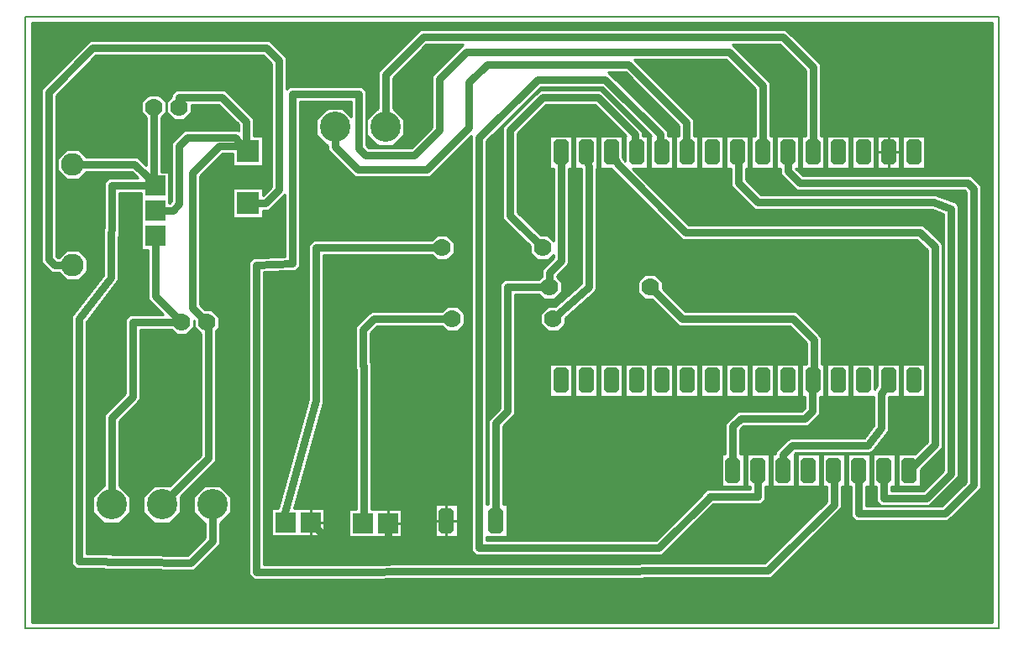
<source format=gbr>
G04 PROTEUS GERBER X2 FILE*
%TF.GenerationSoftware,Labcenter,Proteus,8.5-SP0-Build22067*%
%TF.CreationDate,2018-02-20T23:24:37+00:00*%
%TF.FileFunction,Copper,L16,Bot*%
%TF.FilePolarity,Positive*%
%TF.Part,Single*%
%FSLAX45Y45*%
%MOMM*%
G01*
%TA.AperFunction,Conductor*%
%ADD10C,0.762000*%
%ADD11C,0.254000*%
%AMDIL002*
4,1,8,
-0.762000,0.965200,-0.457200,1.270000,0.457200,1.270000,0.762000,0.965200,0.762000,-0.965200,
0.457200,-1.270000,-0.457200,-1.270000,-0.762000,-0.965200,-0.762000,0.965200,
0*%
%TA.AperFunction,ComponentPad*%
%ADD12DIL002*%
%ADD13C,1.778000*%
%ADD14R,2.032000X2.032000*%
%ADD15C,3.048000*%
%ADD16R,2.286000X2.286000*%
%ADD17C,2.286000*%
%TA.AperFunction,Profile*%
%ADD18C,0.203200*%
G36*
X-3136900Y+3449320D02*
X+6544960Y+3449320D01*
X+6544960Y+9501540D01*
X-3136900Y+9501540D01*
X-3136900Y+3449320D01*
G37*
%LPC*%
G36*
X+4485402Y+9411240D02*
X+4812480Y+9084162D01*
X+4812480Y+8359879D01*
X+4851639Y+8359879D01*
X+4851639Y+8029681D01*
X+4623041Y+8029681D01*
X+4623041Y+8359879D01*
X+4660082Y+8359879D01*
X+4660082Y+9021040D01*
X+4399961Y+9281161D01*
X+3924930Y+9281161D01*
X+4305539Y+8900552D01*
X+4305539Y+8359879D01*
X+4343639Y+8359879D01*
X+4343639Y+8029681D01*
X+4115041Y+8029681D01*
X+4115041Y+8359879D01*
X+4153141Y+8359879D01*
X+4153141Y+8837430D01*
X+3859270Y+9131301D01*
X+2936208Y+9131301D01*
X+3541141Y+8526368D01*
X+3541141Y+8359879D01*
X+3581639Y+8359879D01*
X+3581639Y+8029681D01*
X+3353041Y+8029681D01*
X+3353041Y+8359879D01*
X+3388743Y+8359879D01*
X+3388743Y+8463246D01*
X+2847688Y+9004301D01*
X+2675699Y+9004301D01*
X+3271519Y+8408481D01*
X+3271519Y+8359879D01*
X+3327639Y+8359879D01*
X+3327639Y+8029681D01*
X+3099041Y+8029681D01*
X+3099041Y+8359879D01*
X+3104601Y+8359879D01*
X+2610039Y+8854441D01*
X+1992202Y+8854441D01*
X+1446199Y+8308438D01*
X+1446199Y+4640579D01*
X+1465801Y+4640579D01*
X+1465801Y+5417473D01*
X+1466048Y+5417720D01*
X+1466048Y+5493222D01*
X+1583801Y+5610975D01*
X+1583801Y+6869243D01*
X+1628437Y+6913879D01*
X+1974315Y+6913879D01*
X+2001521Y+6941085D01*
X+2001521Y+7012302D01*
X+2121141Y+7131922D01*
X+2121141Y+7158285D01*
X+2065885Y+7103029D01*
X+1960675Y+7103029D01*
X+1886281Y+7177423D01*
X+1886281Y+7249267D01*
X+1610361Y+7525187D01*
X+1610361Y+8451661D01*
X+1985199Y+8826499D01*
X+2601410Y+8826499D01*
X+3022229Y+8405680D01*
X+3022229Y+8359879D01*
X+3073639Y+8359879D01*
X+3073639Y+8029681D01*
X+2918932Y+8029681D01*
X+3483173Y+7465440D01*
X+5841808Y+7465440D01*
X+5863833Y+7444644D01*
X+6027668Y+7289947D01*
X+6040119Y+7261065D01*
X+6040119Y+5209639D01*
X+5822139Y+4991659D01*
X+5822139Y+4820021D01*
X+5593541Y+4820021D01*
X+5593541Y+5150219D01*
X+5765179Y+5150219D01*
X+5887721Y+5272761D01*
X+5887721Y+7212492D01*
X+5781231Y+7313042D01*
X+3420051Y+7313042D01*
X+2711173Y+8021920D01*
X+2706667Y+8029681D01*
X+2591041Y+8029681D01*
X+2591041Y+8359879D01*
X+2819639Y+8359879D01*
X+2819639Y+8146792D01*
X+2836016Y+8112597D01*
X+2845041Y+8103572D01*
X+2845041Y+8359879D01*
X+2852510Y+8359879D01*
X+2538288Y+8674101D01*
X+2048321Y+8674101D01*
X+1762759Y+8388539D01*
X+1762759Y+7588309D01*
X+1994041Y+7357027D01*
X+2065885Y+7357027D01*
X+2121141Y+7301771D01*
X+2121141Y+8029681D01*
X+2083041Y+8029681D01*
X+2083041Y+8359879D01*
X+2311639Y+8359879D01*
X+2311639Y+8029681D01*
X+2273539Y+8029681D01*
X+2273539Y+7068796D01*
X+2153919Y+6949176D01*
X+2153919Y+6941085D01*
X+2204719Y+6890285D01*
X+2204719Y+6785075D01*
X+2130325Y+6710681D01*
X+2025115Y+6710681D01*
X+1974315Y+6761481D01*
X+1736199Y+6761481D01*
X+1736199Y+5547849D01*
X+1618446Y+5430096D01*
X+1618446Y+5354406D01*
X+1618199Y+5354159D01*
X+1618199Y+4640579D01*
X+1656299Y+4640579D01*
X+1656299Y+4310381D01*
X+1446199Y+4310381D01*
X+1446199Y+4276354D01*
X+3152287Y+4279834D01*
X+3617641Y+4745188D01*
X+3617641Y+4751563D01*
X+3662277Y+4796199D01*
X+4107641Y+4796199D01*
X+4107641Y+4820021D01*
X+4069541Y+4820021D01*
X+4069541Y+5150219D01*
X+4298139Y+5150219D01*
X+4298139Y+4820021D01*
X+4260039Y+4820021D01*
X+4260039Y+4688437D01*
X+4215403Y+4643801D01*
X+3731774Y+4643801D01*
X+3215539Y+4127566D01*
X+3184068Y+4127502D01*
X+1338547Y+4123737D01*
X+1293801Y+4168393D01*
X+1293801Y+8359001D01*
X+879442Y+7944642D01*
X+117505Y+7944642D01*
X-154939Y+8217086D01*
X-154939Y+8260081D01*
X-157647Y+8260081D01*
X-269239Y+8371673D01*
X-269239Y+8529487D01*
X-157647Y+8641079D01*
X+167Y+8641079D01*
X+86361Y+8554885D01*
X+86361Y+8709262D01*
X-433801Y+8709262D01*
X-433801Y+7039057D01*
X-476953Y+6994690D01*
X-507885Y+6993831D01*
X-793801Y+6985889D01*
X-793801Y+4036358D01*
X+4251609Y+4046949D01*
X+4874261Y+4669601D01*
X+4874261Y+4820021D01*
X+4831541Y+4820021D01*
X+4831541Y+5150219D01*
X+5060139Y+5150219D01*
X+5060139Y+4820021D01*
X+5026659Y+4820021D01*
X+5026659Y+4606479D01*
X+4314864Y+3894684D01*
X-901452Y+3883736D01*
X-946199Y+3928391D01*
X-946199Y+7090943D01*
X-903047Y+7135310D01*
X-586199Y+7144111D01*
X-586199Y+7763931D01*
X-747419Y+7602711D01*
X-805859Y+7602711D01*
X-805859Y+7529260D01*
X-1110657Y+7529260D01*
X-1110657Y+7834058D01*
X-805859Y+7834058D01*
X-805859Y+7759795D01*
X-720205Y+7845449D01*
X-720205Y+9089134D01*
X-804410Y+9173339D01*
X-2489836Y+9173339D01*
X-2893061Y+8770114D01*
X-2893061Y+7148643D01*
X-2876737Y+7132319D01*
X-2864746Y+7132319D01*
X-2788546Y+7208519D01*
X-2662294Y+7208519D01*
X-2573021Y+7119246D01*
X-2573021Y+6992994D01*
X-2662294Y+6903721D01*
X-2788546Y+6903721D01*
X-2864746Y+6979921D01*
X-2939863Y+6979921D01*
X-3045459Y+7085517D01*
X-3045459Y+8833236D01*
X-2552958Y+9325737D01*
X-741284Y+9325737D01*
X-567807Y+9152260D01*
X-567807Y+8835416D01*
X-541563Y+8861660D01*
X+194123Y+8861660D01*
X+238759Y+8817024D01*
X+238759Y+8263700D01*
X+258866Y+8243593D01*
X+688704Y+8243593D01*
X+893085Y+8447974D01*
X+893085Y+8965936D01*
X+1208310Y+9281161D01*
X+839281Y+9281161D01*
X+505459Y+8947339D01*
X+505459Y+8641079D01*
X+508167Y+8641079D01*
X+619759Y+8529487D01*
X+619759Y+8371673D01*
X+508167Y+8260081D01*
X+350353Y+8260081D01*
X+238761Y+8371673D01*
X+238761Y+8529487D01*
X+350353Y+8641079D01*
X+353061Y+8641079D01*
X+353061Y+9010461D01*
X+776159Y+9433559D01*
X+4463083Y+9433559D01*
X+4485402Y+9411240D01*
G37*
G36*
X+5867639Y+8359879D02*
X+5639041Y+8359879D01*
X+5639041Y+8029681D01*
X+5867639Y+8029681D01*
X+5867639Y+8359879D01*
G37*
G36*
X+3220719Y+6890285D02*
X+3220719Y+6818441D01*
X+3451786Y+6587374D01*
X+4568463Y+6587374D01*
X+4825537Y+6330300D01*
X+4825537Y+6059879D01*
X+4851639Y+6059879D01*
X+4851639Y+5729681D01*
X+4806110Y+5729681D01*
X+4806110Y+5548139D01*
X+4686766Y+5428795D01*
X+4039318Y+5428795D01*
X+4006039Y+5395516D01*
X+4006039Y+5150219D01*
X+4044139Y+5150219D01*
X+4044139Y+4820021D01*
X+3815541Y+4820021D01*
X+3815541Y+5150219D01*
X+3853641Y+5150219D01*
X+3853641Y+5458642D01*
X+3976192Y+5581193D01*
X+4623644Y+5581193D01*
X+4653712Y+5611261D01*
X+4653712Y+5729681D01*
X+4623041Y+5729681D01*
X+4623041Y+6059879D01*
X+4673139Y+6059879D01*
X+4673139Y+6267178D01*
X+4505341Y+6434976D01*
X+3388664Y+6434976D01*
X+3112959Y+6710681D01*
X+3041115Y+6710681D01*
X+2966721Y+6785075D01*
X+2966721Y+6890285D01*
X+3041115Y+6964679D01*
X+3146325Y+6964679D01*
X+3220719Y+6890285D01*
G37*
G36*
X+2311639Y+6059879D02*
X+2083041Y+6059879D01*
X+2083041Y+5729681D01*
X+2311639Y+5729681D01*
X+2311639Y+6059879D01*
G37*
G36*
X+3835639Y+6059879D02*
X+3607041Y+6059879D01*
X+3607041Y+5729681D01*
X+3835639Y+5729681D01*
X+3835639Y+6059879D01*
G37*
G36*
X+5105639Y+6059879D02*
X+4877041Y+6059879D01*
X+4877041Y+5729681D01*
X+5105639Y+5729681D01*
X+5105639Y+6059879D01*
G37*
G36*
X+3835639Y+8359879D02*
X+3607041Y+8359879D01*
X+3607041Y+8029681D01*
X+3835639Y+8029681D01*
X+3835639Y+8359879D01*
G37*
G36*
X+5613639Y+8359879D02*
X+5385041Y+8359879D01*
X+5385041Y+8029681D01*
X+5613639Y+8029681D01*
X+5613639Y+8359879D01*
G37*
G36*
X+5613639Y+5729681D02*
X+5503365Y+5729681D01*
X+5503365Y+5387176D01*
X+5486910Y+5366391D01*
X+5338076Y+5178385D01*
X+5306634Y+5163174D01*
X+4562258Y+5163174D01*
X+4549303Y+5150219D01*
X+4552139Y+5150219D01*
X+4552139Y+4820021D01*
X+4323541Y+4820021D01*
X+4323541Y+5150219D01*
X+4361641Y+5150219D01*
X+4361641Y+5178081D01*
X+4499132Y+5315572D01*
X+5252309Y+5315572D01*
X+5350967Y+5440197D01*
X+5350967Y+5729681D01*
X+5131041Y+5729681D01*
X+5131041Y+6059879D01*
X+5359639Y+6059879D01*
X+5359639Y+5802685D01*
X+5369401Y+5812447D01*
X+5385041Y+5845594D01*
X+5385041Y+6059879D01*
X+5613639Y+6059879D01*
X+5613639Y+5729681D01*
G37*
G36*
X+4597639Y+6059879D02*
X+4369041Y+6059879D01*
X+4369041Y+5729681D01*
X+4597639Y+5729681D01*
X+4597639Y+6059879D01*
G37*
G36*
X+5359639Y+8359879D02*
X+5131041Y+8359879D01*
X+5131041Y+8029681D01*
X+5359639Y+8029681D01*
X+5359639Y+8359879D01*
G37*
G36*
X+5105639Y+8359879D02*
X+4877041Y+8359879D01*
X+4877041Y+8029681D01*
X+5105639Y+8029681D01*
X+5105639Y+8359879D01*
G37*
G36*
X+2565639Y+8029681D02*
X+2555239Y+8029681D01*
X+2555239Y+6818820D01*
X+2541871Y+6789044D01*
X+2244459Y+6522842D01*
X+2244459Y+6461015D01*
X+2170065Y+6386621D01*
X+2064855Y+6386621D01*
X+1990461Y+6461015D01*
X+1990461Y+6566225D01*
X+2064855Y+6640619D01*
X+2143461Y+6640619D01*
X+2402841Y+6869521D01*
X+2402841Y+8026544D01*
X+2402205Y+8029681D01*
X+2337041Y+8029681D01*
X+2337041Y+8359879D01*
X+2565639Y+8359879D01*
X+2565639Y+8029681D01*
G37*
G36*
X+3327639Y+6059879D02*
X+3099041Y+6059879D01*
X+3099041Y+5729681D01*
X+3327639Y+5729681D01*
X+3327639Y+6059879D01*
G37*
G36*
X+3073639Y+6059879D02*
X+2845041Y+6059879D01*
X+2845041Y+5729681D01*
X+3073639Y+5729681D01*
X+3073639Y+6059879D01*
G37*
G36*
X+4597639Y+8029681D02*
X+4564959Y+8029681D01*
X+4636167Y+7958473D01*
X+6328223Y+7958473D01*
X+6428739Y+7857957D01*
X+6428739Y+4802059D01*
X+6097081Y+4470401D01*
X+5168277Y+4470401D01*
X+5123641Y+4515037D01*
X+5123641Y+4820021D01*
X+5085541Y+4820021D01*
X+5085541Y+5150219D01*
X+5314139Y+5150219D01*
X+5314139Y+4820021D01*
X+5276039Y+4820021D01*
X+5276039Y+4622799D01*
X+6033959Y+4622799D01*
X+6276341Y+4865181D01*
X+6276341Y+7794831D01*
X+6265097Y+7806075D01*
X+4573045Y+7806075D01*
X+4407141Y+7971979D01*
X+4407141Y+8029681D01*
X+4369041Y+8029681D01*
X+4369041Y+8359879D01*
X+4597639Y+8359879D01*
X+4597639Y+8029681D01*
G37*
G36*
X+4089639Y+8029681D02*
X+4058919Y+8029681D01*
X+4058919Y+7918261D01*
X+4212916Y+7764264D01*
X+5967493Y+7764264D01*
X+6175447Y+7686791D01*
X+6202679Y+7647586D01*
X+6202679Y+4918899D01*
X+5911661Y+4627881D01*
X+5422277Y+4627881D01*
X+5377641Y+4672517D01*
X+5377641Y+4820021D01*
X+5339541Y+4820021D01*
X+5339541Y+5150219D01*
X+5568139Y+5150219D01*
X+5568139Y+4820021D01*
X+5530039Y+4820021D01*
X+5530039Y+4780279D01*
X+5848539Y+4780279D01*
X+6050281Y+4982021D01*
X+6050281Y+7570791D01*
X+5940027Y+7611866D01*
X+4149794Y+7611866D01*
X+3906521Y+7855139D01*
X+3906521Y+8029681D01*
X+3861041Y+8029681D01*
X+3861041Y+8359879D01*
X+4089639Y+8359879D01*
X+4089639Y+8029681D01*
G37*
G36*
X+4089639Y+6059879D02*
X+3861041Y+6059879D01*
X+3861041Y+5729681D01*
X+4089639Y+5729681D01*
X+4089639Y+6059879D01*
G37*
G36*
X+3581639Y+6059879D02*
X+3353041Y+6059879D01*
X+3353041Y+5729681D01*
X+3581639Y+5729681D01*
X+3581639Y+6059879D01*
G37*
G36*
X+2819639Y+6059879D02*
X+2591041Y+6059879D01*
X+2591041Y+5729681D01*
X+2819639Y+5729681D01*
X+2819639Y+6059879D01*
G37*
G36*
X+2565639Y+6059879D02*
X+2337041Y+6059879D01*
X+2337041Y+5729681D01*
X+2565639Y+5729681D01*
X+2565639Y+6059879D01*
G37*
G36*
X+4343639Y+6059879D02*
X+4115041Y+6059879D01*
X+4115041Y+5729681D01*
X+4343639Y+5729681D01*
X+4343639Y+6059879D01*
G37*
G36*
X+5867639Y+6059879D02*
X+5639041Y+6059879D01*
X+5639041Y+5729681D01*
X+5867639Y+5729681D01*
X+5867639Y+6059879D01*
G37*
G36*
X+4577541Y+4820021D02*
X+4806139Y+4820021D01*
X+4806139Y+5150219D01*
X+4577541Y+5150219D01*
X+4577541Y+4820021D01*
G37*
G36*
X+1124279Y+7282633D02*
X+1124279Y+7177423D01*
X+1049885Y+7103029D01*
X+944675Y+7103029D01*
X+893878Y+7153826D01*
X-193801Y+7153803D01*
X-193801Y+5679662D01*
X-196556Y+5669697D01*
X-492329Y+4599779D01*
X-185421Y+4599779D01*
X-185421Y+4320381D01*
X-718819Y+4320381D01*
X-718819Y+4599779D01*
X-650442Y+4599779D01*
X-346199Y+5700337D01*
X-346199Y+7261562D01*
X-301562Y+7306199D01*
X+893873Y+7306225D01*
X+944675Y+7357027D01*
X+1049885Y+7357027D01*
X+1124279Y+7282633D01*
G37*
G36*
X+1228459Y+6566225D02*
X+1228459Y+6461015D01*
X+1154065Y+6386621D01*
X+1048855Y+6386621D01*
X+998055Y+6437421D01*
X+345843Y+6437421D01*
X+279619Y+6371197D01*
X+279619Y+6070464D01*
X+282159Y+6067924D01*
X+282159Y+4589779D01*
X+594579Y+4589779D01*
X+594579Y+4310381D01*
X+61181Y+4310381D01*
X+61181Y+4589779D01*
X+129761Y+4589779D01*
X+129761Y+6004794D01*
X+127221Y+6007334D01*
X+127221Y+6434323D01*
X+282717Y+6589819D01*
X+998055Y+6589819D01*
X+1048855Y+6640619D01*
X+1154065Y+6640619D01*
X+1228459Y+6566225D01*
G37*
G36*
X-1145088Y+8782005D02*
X-1145088Y+8782003D01*
X-900675Y+8537590D01*
X-900675Y+8362378D01*
X-805859Y+8362378D01*
X-805859Y+8057580D01*
X-1110657Y+8057580D01*
X-1110657Y+8179500D01*
X-1216257Y+8179500D01*
X-1440859Y+7954898D01*
X-1440859Y+6655883D01*
X-1391516Y+6606539D01*
X-1319673Y+6606539D01*
X-1245279Y+6532145D01*
X-1245279Y+6426935D01*
X-1283801Y+6388413D01*
X-1283801Y+5073197D01*
X-1635595Y+4721403D01*
X-1633679Y+4719487D01*
X-1633679Y+4561673D01*
X-1745271Y+4450081D01*
X-1903085Y+4450081D01*
X-2014677Y+4561673D01*
X-2014677Y+4719487D01*
X-1903085Y+4831079D01*
X-1745271Y+4831079D01*
X-1743355Y+4829163D01*
X-1436199Y+5136319D01*
X-1436199Y+6363857D01*
X-1499277Y+6426935D01*
X-1499277Y+6498777D01*
X-1499279Y+6498779D01*
X-1499279Y+6426935D01*
X-1573673Y+6352541D01*
X-1678883Y+6352541D01*
X-1729683Y+6403341D01*
X-2040079Y+6403341D01*
X-2040079Y+5699296D01*
X-2256197Y+5483178D01*
X-2256197Y+4831079D01*
X-2253271Y+4831079D01*
X-2141679Y+4719487D01*
X-2141679Y+4561673D01*
X-2253271Y+4450081D01*
X-2411085Y+4450081D01*
X-2522677Y+4561673D01*
X-2522677Y+4719487D01*
X-2411085Y+4831079D01*
X-2408595Y+4831079D01*
X-2408595Y+5546300D01*
X-2192477Y+5762418D01*
X-2192477Y+6511103D01*
X-2147841Y+6555739D01*
X-1810237Y+6555739D01*
X-1966637Y+6712139D01*
X-1966637Y+7208521D01*
X-2030137Y+7208521D01*
X-2030137Y+7780021D01*
X-2254620Y+7780021D01*
X-2264079Y+6903916D01*
X-2279389Y+6883821D01*
X-2583801Y+6484280D01*
X-2583801Y+4144889D01*
X-1566545Y+4127252D01*
X-1392377Y+4301420D01*
X-1392377Y+4450081D01*
X-1395085Y+4450081D01*
X-1506677Y+4561673D01*
X-1506677Y+4719487D01*
X-1395085Y+4831079D01*
X-1237271Y+4831079D01*
X-1125679Y+4719487D01*
X-1125679Y+4561673D01*
X-1237271Y+4450081D01*
X-1239979Y+4450081D01*
X-1239979Y+4238298D01*
X-1492614Y+3985663D01*
X-1521355Y+3974049D01*
X-1536853Y+3974317D01*
X-2692493Y+3994353D01*
X-2736199Y+4038823D01*
X-2736199Y+6535720D01*
X-2415921Y+6956084D01*
X-2405856Y+7888363D01*
X-2361322Y+7932419D01*
X-2066779Y+7932419D01*
X-2130281Y+7995921D01*
X-2586094Y+7995921D01*
X-2662294Y+7919721D01*
X-2788546Y+7919721D01*
X-2877819Y+8008994D01*
X-2877819Y+8135246D01*
X-2788546Y+8224519D01*
X-2662294Y+8224519D01*
X-2586094Y+8148319D01*
X-2067155Y+8148319D01*
X-1981877Y+8063041D01*
X-1981877Y+8547835D01*
X-2032677Y+8598635D01*
X-2032677Y+8703845D01*
X-1958283Y+8778239D01*
X-1853073Y+8778239D01*
X-1778679Y+8703845D01*
X-1778679Y+8598635D01*
X-1829479Y+8547835D01*
X-1829479Y+7995919D01*
X-1750739Y+7995919D01*
X-1750739Y+7678419D01*
X-1749687Y+7678419D01*
X-1725337Y+7706166D01*
X-1725337Y+8289800D01*
X-1599419Y+8415718D01*
X-1055018Y+8415718D01*
X-1053073Y+8413773D01*
X-1053073Y+8474468D01*
X-1252848Y+8674243D01*
X-1465643Y+8674243D01*
X-1524679Y+8674198D01*
X-1524679Y+8598635D01*
X-1599073Y+8524241D01*
X-1704283Y+8524241D01*
X-1778677Y+8598635D01*
X-1778677Y+8703845D01*
X-1727877Y+8754645D01*
X-1727877Y+8781845D01*
X-1683281Y+8826475D01*
X-1466114Y+8826641D01*
X-1189724Y+8826641D01*
X-1145088Y+8782005D01*
G37*
G36*
X+1156299Y+4640579D02*
X+927701Y+4640579D01*
X+927701Y+4310381D01*
X+1156299Y+4310381D01*
X+1156299Y+4640579D01*
G37*
%LPD*%
D10*
X+4737340Y+5894780D02*
X+4729911Y+5887351D01*
X+4729911Y+5579700D01*
X+4655205Y+5504994D01*
X+4007755Y+5504994D01*
X+3929840Y+5427079D01*
X+3929840Y+4985120D01*
X+5499340Y+5894780D02*
X+5432500Y+5767780D01*
X+5427166Y+5762446D01*
X+5427166Y+5413687D01*
X+5289172Y+5239373D01*
X+4530695Y+5239373D01*
X+4437840Y+5146518D01*
X+4437840Y+4985120D01*
X-1626278Y+6479540D02*
X-1890438Y+6743700D01*
X-1890438Y+7348220D01*
X-958258Y+8209979D02*
X-957039Y+8209979D01*
X-923783Y+8209979D02*
X-957039Y+8209979D01*
X-957039Y+8208760D01*
X-941020Y+8192741D01*
X-958258Y+8209979D02*
X-957039Y+8208760D01*
X-1890438Y+7856220D02*
X-1882818Y+7856220D01*
X-1905678Y+7879080D01*
X-1905678Y+8651240D01*
X+454880Y+4450080D02*
X+454880Y+4284980D01*
X+348200Y+4178300D01*
X-43340Y+4178300D01*
X-325120Y+4460080D01*
X-965878Y+8269484D02*
X-965878Y+8218818D01*
X-965878Y+8209979D01*
X-958258Y+8209979D01*
X-1003247Y+8255699D01*
X-957039Y+8209979D02*
X-965878Y+8218818D01*
X-976874Y+8229814D01*
X-976874Y+8258488D01*
X-965878Y+8269484D02*
X-976874Y+8258488D01*
X-979663Y+8255699D01*
X-1003247Y+8255699D01*
X-2725420Y+8072120D02*
X-2098718Y+8072120D01*
X-1984418Y+7957820D01*
X-1890438Y+7856220D01*
X+2197340Y+8194780D02*
X+2197340Y+7100359D01*
X+2180140Y+7083159D01*
X+2077720Y+6980739D01*
X+2077720Y+6837680D01*
X+3093720Y+6837680D02*
X+3420225Y+6511175D01*
X+4536902Y+6511175D01*
X+4749338Y+6298739D01*
X+4749338Y+5906778D01*
X+4737340Y+5894780D01*
X-1003247Y+8255699D02*
X-1033239Y+8286179D01*
X-1086579Y+8339519D01*
X-1567858Y+8339519D01*
X-1649138Y+8258239D01*
X-1649138Y+7677472D01*
X-1715178Y+7602220D01*
X-1890438Y+7602220D01*
X-1003247Y+8255699D02*
X-1247818Y+8255699D01*
X-1517058Y+7986459D01*
X-1517058Y+6624320D01*
X-1372278Y+6479540D01*
X-2725420Y+7056120D02*
X-2908300Y+7056120D01*
X-2969260Y+7117080D01*
X-2969260Y+8801675D01*
X-2521397Y+9249538D01*
X-772847Y+9249538D01*
X-644006Y+9120697D01*
X-644006Y+7813886D01*
X-778982Y+7678910D01*
X-955509Y+7678910D01*
X-958258Y+7681659D01*
X-976874Y+8258488D02*
X-976874Y+8506029D01*
X-1221287Y+8750442D01*
X-1465701Y+8750442D01*
X-1651678Y+8750300D01*
X-1651678Y+8651240D01*
X+4737340Y+8194780D02*
X+4736281Y+8195839D01*
X+4736281Y+9052601D01*
X+4431522Y+9357360D01*
X+807720Y+9357360D01*
X+429260Y+8978900D01*
X+429260Y+8427720D01*
X+429260Y+8450580D01*
X+3467340Y+8194780D02*
X+3464942Y+8197178D01*
X+3464942Y+8494807D01*
X+2879249Y+9080500D01*
X+1450340Y+9080500D01*
X+1267460Y+8897620D01*
X+1267460Y+8440420D01*
X+847881Y+8020841D01*
X+149066Y+8020841D01*
X-78740Y+8248647D01*
X-78740Y+8450580D01*
X+2013280Y+7230028D02*
X+1686560Y+7556748D01*
X+1686560Y+8420100D01*
X+2016760Y+8750300D01*
X+2569849Y+8750300D01*
X+2946030Y+8374119D01*
X+2946030Y+8321780D01*
X+2959340Y+8194780D01*
X+2117460Y+6513620D02*
X+2479040Y+6835140D01*
X+2479040Y+8034020D01*
X+2451340Y+8194780D01*
X-1626278Y+6479540D02*
X-2116278Y+6479540D01*
X-2116278Y+5730857D01*
X-2332396Y+5514739D01*
X-2332396Y+4640798D01*
X-2332178Y+4640580D01*
X+1542000Y+4475480D02*
X+1542000Y+5385816D01*
X+1542247Y+5386063D01*
X+1542247Y+5461659D01*
X+1660000Y+5579412D01*
X+1660000Y+6837680D01*
X+2077720Y+6837680D01*
X+4183840Y+4985120D02*
X+4183840Y+4720000D01*
X+3693840Y+4720000D01*
X+3693840Y+4713627D01*
X+3183913Y+4203700D01*
X+1370000Y+4200000D01*
X+1370000Y+8339999D01*
X+1960641Y+8930640D01*
X+2641600Y+8930640D01*
X+3195320Y+8376920D01*
X+3195320Y+8321780D01*
X+3213340Y+8194780D01*
X+997280Y+7230028D02*
X-270000Y+7230000D01*
X-270000Y+5690000D01*
X-583980Y+4554220D01*
X-579120Y+4460080D01*
X+4229340Y+8194780D02*
X+4229340Y+8868991D01*
X+3890831Y+9207500D01*
X+1242409Y+9207500D01*
X+969284Y+8934375D01*
X+969284Y+8416413D01*
X+720265Y+8167394D01*
X+227305Y+8167394D01*
X+162560Y+8232139D01*
X+162560Y+8785461D01*
X-510000Y+8785461D01*
X-510000Y+7070000D01*
X-870000Y+7060000D01*
X-870000Y+3960000D01*
X+4283237Y+3970817D01*
X+4950460Y+4638040D01*
X+4950460Y+4980500D01*
X+4945840Y+4985120D01*
X-1372278Y+6479540D02*
X-1360000Y+6479540D01*
X-1360000Y+5104758D01*
X-1824178Y+4640580D01*
X-1890438Y+7856220D02*
X-2330000Y+7856220D01*
X-2340000Y+6930000D01*
X-2660000Y+6510000D01*
X-2660000Y+4070000D01*
X-1535533Y+4050504D01*
X-1316178Y+4269859D01*
X-1316178Y+4640580D01*
X+200880Y+4450080D02*
X+205960Y+4450080D01*
X+205960Y+6036359D01*
X+203420Y+6038899D01*
X+203420Y+6402760D01*
X+314280Y+6513620D01*
X+1101460Y+6513620D01*
X+2705340Y+8194780D02*
X+2773073Y+8067780D01*
X+3451612Y+7389241D01*
X+5811520Y+7389241D01*
X+5963920Y+7245341D01*
X+5963920Y+5241200D01*
X+5707840Y+4985120D01*
X+3975340Y+8194780D02*
X+3982720Y+8187400D01*
X+3982720Y+7886700D01*
X+4181355Y+7688065D01*
X+5953760Y+7688065D01*
X+6126480Y+7623719D01*
X+6126480Y+4950460D01*
X+5880100Y+4704080D01*
X+5453840Y+4704080D01*
X+5453840Y+4985120D01*
X+4483340Y+8194780D02*
X+4483340Y+8003540D01*
X+4604606Y+7882274D01*
X+6296660Y+7882274D01*
X+6352540Y+7826394D01*
X+6352540Y+4833620D01*
X+6065520Y+4546600D01*
X+5199840Y+4546600D01*
X+5199840Y+4985120D01*
D11*
X-3136900Y+3449320D02*
X+6544960Y+3449320D01*
X+6544960Y+9501540D01*
X-3136900Y+9501540D01*
X-3136900Y+3449320D01*
X+4485402Y+9411240D02*
X+4812480Y+9084162D01*
X+4812480Y+8359879D01*
X+4851639Y+8359879D01*
X+4851639Y+8029681D01*
X+4623041Y+8029681D01*
X+4623041Y+8359879D01*
X+4660082Y+8359879D01*
X+4660082Y+9021040D01*
X+4399961Y+9281161D01*
X+3924930Y+9281161D01*
X+4305539Y+8900552D01*
X+4305539Y+8359879D01*
X+4343639Y+8359879D01*
X+4343639Y+8029681D01*
X+4115041Y+8029681D01*
X+4115041Y+8359879D01*
X+4153141Y+8359879D01*
X+4153141Y+8837430D01*
X+3859270Y+9131301D01*
X+2936208Y+9131301D01*
X+3541141Y+8526368D01*
X+3541141Y+8359879D01*
X+3581639Y+8359879D01*
X+3581639Y+8029681D01*
X+3353041Y+8029681D01*
X+3353041Y+8359879D01*
X+3388743Y+8359879D01*
X+3388743Y+8463246D01*
X+2847688Y+9004301D01*
X+2675699Y+9004301D01*
X+3271519Y+8408481D01*
X+3271519Y+8359879D01*
X+3327639Y+8359879D01*
X+3327639Y+8029681D01*
X+3099041Y+8029681D01*
X+3099041Y+8359879D01*
X+3104601Y+8359879D01*
X+2610039Y+8854441D01*
X+1992202Y+8854441D01*
X+1446199Y+8308438D01*
X+1446199Y+4640579D01*
X+1465801Y+4640579D01*
X+1465801Y+5417473D01*
X+1466048Y+5417720D01*
X+1466048Y+5493222D01*
X+1583801Y+5610975D01*
X+1583801Y+6869243D01*
X+1628437Y+6913879D01*
X+1974315Y+6913879D01*
X+2001521Y+6941085D01*
X+2001521Y+7012302D01*
X+2121141Y+7131922D01*
X+2121141Y+7158285D01*
X+2065885Y+7103029D01*
X+1960675Y+7103029D01*
X+1886281Y+7177423D01*
X+1886281Y+7249267D01*
X+1610361Y+7525187D01*
X+1610361Y+8451661D01*
X+1985199Y+8826499D01*
X+2601410Y+8826499D01*
X+3022229Y+8405680D01*
X+3022229Y+8359879D01*
X+3073639Y+8359879D01*
X+3073639Y+8029681D01*
X+2918932Y+8029681D01*
X+3483173Y+7465440D01*
X+5841808Y+7465440D01*
X+5863833Y+7444644D01*
X+6027668Y+7289947D01*
X+6040119Y+7261065D01*
X+6040119Y+5209639D01*
X+5822139Y+4991659D01*
X+5822139Y+4820021D01*
X+5593541Y+4820021D01*
X+5593541Y+5150219D01*
X+5765179Y+5150219D01*
X+5887721Y+5272761D01*
X+5887721Y+7212492D01*
X+5781231Y+7313042D01*
X+3420051Y+7313042D01*
X+2711173Y+8021920D01*
X+2706667Y+8029681D01*
X+2591041Y+8029681D01*
X+2591041Y+8359879D01*
X+2819639Y+8359879D01*
X+2819639Y+8146792D01*
X+2836016Y+8112597D01*
X+2845041Y+8103572D01*
X+2845041Y+8359879D01*
X+2852510Y+8359879D01*
X+2538288Y+8674101D01*
X+2048321Y+8674101D01*
X+1762759Y+8388539D01*
X+1762759Y+7588309D01*
X+1994041Y+7357027D01*
X+2065885Y+7357027D01*
X+2121141Y+7301771D01*
X+2121141Y+8029681D01*
X+2083041Y+8029681D01*
X+2083041Y+8359879D01*
X+2311639Y+8359879D01*
X+2311639Y+8029681D01*
X+2273539Y+8029681D01*
X+2273539Y+7068796D01*
X+2153919Y+6949176D01*
X+2153919Y+6941085D01*
X+2204719Y+6890285D01*
X+2204719Y+6785075D01*
X+2130325Y+6710681D01*
X+2025115Y+6710681D01*
X+1974315Y+6761481D01*
X+1736199Y+6761481D01*
X+1736199Y+5547849D01*
X+1618446Y+5430096D01*
X+1618446Y+5354406D01*
X+1618199Y+5354159D01*
X+1618199Y+4640579D01*
X+1656299Y+4640579D01*
X+1656299Y+4310381D01*
X+1446199Y+4310381D01*
X+1446199Y+4276354D01*
X+3152287Y+4279834D01*
X+3617641Y+4745188D01*
X+3617641Y+4751563D01*
X+3662277Y+4796199D01*
X+4107641Y+4796199D01*
X+4107641Y+4820021D01*
X+4069541Y+4820021D01*
X+4069541Y+5150219D01*
X+4298139Y+5150219D01*
X+4298139Y+4820021D01*
X+4260039Y+4820021D01*
X+4260039Y+4688437D01*
X+4215403Y+4643801D01*
X+3731774Y+4643801D01*
X+3215539Y+4127566D01*
X+3184068Y+4127502D01*
X+1338547Y+4123737D01*
X+1293801Y+4168393D01*
X+1293801Y+8359001D01*
X+879442Y+7944642D01*
X+117505Y+7944642D01*
X-154939Y+8217086D01*
X-154939Y+8260081D01*
X-157647Y+8260081D01*
X-269239Y+8371673D01*
X-269239Y+8529487D01*
X-157647Y+8641079D01*
X+167Y+8641079D01*
X+86361Y+8554885D01*
X+86361Y+8709262D01*
X-433801Y+8709262D01*
X-433801Y+7039057D01*
X-476953Y+6994690D01*
X-507885Y+6993831D01*
X-793801Y+6985889D01*
X-793801Y+4036358D01*
X+4251609Y+4046949D01*
X+4874261Y+4669601D01*
X+4874261Y+4820021D01*
X+4831541Y+4820021D01*
X+4831541Y+5150219D01*
X+5060139Y+5150219D01*
X+5060139Y+4820021D01*
X+5026659Y+4820021D01*
X+5026659Y+4606479D01*
X+4314864Y+3894684D01*
X-901452Y+3883736D01*
X-946199Y+3928391D01*
X-946199Y+7090943D01*
X-903047Y+7135310D01*
X-586199Y+7144111D01*
X-586199Y+7763931D01*
X-747419Y+7602711D01*
X-805859Y+7602711D01*
X-805859Y+7529260D01*
X-1110657Y+7529260D01*
X-1110657Y+7834058D01*
X-805859Y+7834058D01*
X-805859Y+7759795D01*
X-720205Y+7845449D01*
X-720205Y+9089134D01*
X-804410Y+9173339D01*
X-2489836Y+9173339D01*
X-2893061Y+8770114D01*
X-2893061Y+7148643D01*
X-2876737Y+7132319D01*
X-2864746Y+7132319D01*
X-2788546Y+7208519D01*
X-2662294Y+7208519D01*
X-2573021Y+7119246D01*
X-2573021Y+6992994D01*
X-2662294Y+6903721D01*
X-2788546Y+6903721D01*
X-2864746Y+6979921D01*
X-2939863Y+6979921D01*
X-3045459Y+7085517D01*
X-3045459Y+8833236D01*
X-2552958Y+9325737D01*
X-741284Y+9325737D01*
X-567807Y+9152260D01*
X-567807Y+8835416D01*
X-541563Y+8861660D01*
X+194123Y+8861660D01*
X+238759Y+8817024D01*
X+238759Y+8263700D01*
X+258866Y+8243593D01*
X+688704Y+8243593D01*
X+893085Y+8447974D01*
X+893085Y+8965936D01*
X+1208310Y+9281161D01*
X+839281Y+9281161D01*
X+505459Y+8947339D01*
X+505459Y+8641079D01*
X+508167Y+8641079D01*
X+619759Y+8529487D01*
X+619759Y+8371673D01*
X+508167Y+8260081D01*
X+350353Y+8260081D01*
X+238761Y+8371673D01*
X+238761Y+8529487D01*
X+350353Y+8641079D01*
X+353061Y+8641079D01*
X+353061Y+9010461D01*
X+776159Y+9433559D01*
X+4463083Y+9433559D01*
X+4485402Y+9411240D01*
X+5867639Y+8359879D02*
X+5639041Y+8359879D01*
X+5639041Y+8029681D01*
X+5867639Y+8029681D01*
X+5867639Y+8359879D01*
X+3220719Y+6890285D02*
X+3220719Y+6818441D01*
X+3451786Y+6587374D01*
X+4568463Y+6587374D01*
X+4825537Y+6330300D01*
X+4825537Y+6059879D01*
X+4851639Y+6059879D01*
X+4851639Y+5729681D01*
X+4806110Y+5729681D01*
X+4806110Y+5548139D01*
X+4686766Y+5428795D01*
X+4039318Y+5428795D01*
X+4006039Y+5395516D01*
X+4006039Y+5150219D01*
X+4044139Y+5150219D01*
X+4044139Y+4820021D01*
X+3815541Y+4820021D01*
X+3815541Y+5150219D01*
X+3853641Y+5150219D01*
X+3853641Y+5458642D01*
X+3976192Y+5581193D01*
X+4623644Y+5581193D01*
X+4653712Y+5611261D01*
X+4653712Y+5729681D01*
X+4623041Y+5729681D01*
X+4623041Y+6059879D01*
X+4673139Y+6059879D01*
X+4673139Y+6267178D01*
X+4505341Y+6434976D01*
X+3388664Y+6434976D01*
X+3112959Y+6710681D01*
X+3041115Y+6710681D01*
X+2966721Y+6785075D01*
X+2966721Y+6890285D01*
X+3041115Y+6964679D01*
X+3146325Y+6964679D01*
X+3220719Y+6890285D01*
X+2311639Y+6059879D02*
X+2083041Y+6059879D01*
X+2083041Y+5729681D01*
X+2311639Y+5729681D01*
X+2311639Y+6059879D01*
X+3835639Y+6059879D02*
X+3607041Y+6059879D01*
X+3607041Y+5729681D01*
X+3835639Y+5729681D01*
X+3835639Y+6059879D01*
X+5105639Y+6059879D02*
X+4877041Y+6059879D01*
X+4877041Y+5729681D01*
X+5105639Y+5729681D01*
X+5105639Y+6059879D01*
X+3835639Y+8359879D02*
X+3607041Y+8359879D01*
X+3607041Y+8029681D01*
X+3835639Y+8029681D01*
X+3835639Y+8359879D01*
X+5613639Y+8359879D02*
X+5385041Y+8359879D01*
X+5385041Y+8029681D01*
X+5613639Y+8029681D01*
X+5613639Y+8359879D01*
X+5613639Y+5729681D02*
X+5503365Y+5729681D01*
X+5503365Y+5387176D01*
X+5486910Y+5366391D01*
X+5338076Y+5178385D01*
X+5306634Y+5163174D01*
X+4562258Y+5163174D01*
X+4549303Y+5150219D01*
X+4552139Y+5150219D01*
X+4552139Y+4820021D01*
X+4323541Y+4820021D01*
X+4323541Y+5150219D01*
X+4361641Y+5150219D01*
X+4361641Y+5178081D01*
X+4499132Y+5315572D01*
X+5252309Y+5315572D01*
X+5350967Y+5440197D01*
X+5350967Y+5729681D01*
X+5131041Y+5729681D01*
X+5131041Y+6059879D01*
X+5359639Y+6059879D01*
X+5359639Y+5802685D01*
X+5369401Y+5812447D01*
X+5385041Y+5845594D01*
X+5385041Y+6059879D01*
X+5613639Y+6059879D01*
X+5613639Y+5729681D01*
X+4597639Y+6059879D02*
X+4369041Y+6059879D01*
X+4369041Y+5729681D01*
X+4597639Y+5729681D01*
X+4597639Y+6059879D01*
X+5359639Y+8359879D02*
X+5131041Y+8359879D01*
X+5131041Y+8029681D01*
X+5359639Y+8029681D01*
X+5359639Y+8359879D01*
X+5105639Y+8359879D02*
X+4877041Y+8359879D01*
X+4877041Y+8029681D01*
X+5105639Y+8029681D01*
X+5105639Y+8359879D01*
X+2565639Y+8029681D02*
X+2555239Y+8029681D01*
X+2555239Y+6818820D01*
X+2541871Y+6789044D01*
X+2244459Y+6522842D01*
X+2244459Y+6461015D01*
X+2170065Y+6386621D01*
X+2064855Y+6386621D01*
X+1990461Y+6461015D01*
X+1990461Y+6566225D01*
X+2064855Y+6640619D01*
X+2143461Y+6640619D01*
X+2402841Y+6869521D01*
X+2402841Y+8026544D01*
X+2402205Y+8029681D01*
X+2337041Y+8029681D01*
X+2337041Y+8359879D01*
X+2565639Y+8359879D01*
X+2565639Y+8029681D01*
X+3327639Y+6059879D02*
X+3099041Y+6059879D01*
X+3099041Y+5729681D01*
X+3327639Y+5729681D01*
X+3327639Y+6059879D01*
X+3073639Y+6059879D02*
X+2845041Y+6059879D01*
X+2845041Y+5729681D01*
X+3073639Y+5729681D01*
X+3073639Y+6059879D01*
X+4597639Y+8029681D02*
X+4564959Y+8029681D01*
X+4636167Y+7958473D01*
X+6328223Y+7958473D01*
X+6428739Y+7857957D01*
X+6428739Y+4802059D01*
X+6097081Y+4470401D01*
X+5168277Y+4470401D01*
X+5123641Y+4515037D01*
X+5123641Y+4820021D01*
X+5085541Y+4820021D01*
X+5085541Y+5150219D01*
X+5314139Y+5150219D01*
X+5314139Y+4820021D01*
X+5276039Y+4820021D01*
X+5276039Y+4622799D01*
X+6033959Y+4622799D01*
X+6276341Y+4865181D01*
X+6276341Y+7794831D01*
X+6265097Y+7806075D01*
X+4573045Y+7806075D01*
X+4407141Y+7971979D01*
X+4407141Y+8029681D01*
X+4369041Y+8029681D01*
X+4369041Y+8359879D01*
X+4597639Y+8359879D01*
X+4597639Y+8029681D01*
X+4089639Y+8029681D02*
X+4058919Y+8029681D01*
X+4058919Y+7918261D01*
X+4212916Y+7764264D01*
X+5967493Y+7764264D01*
X+6175447Y+7686791D01*
X+6202679Y+7647586D01*
X+6202679Y+4918899D01*
X+5911661Y+4627881D01*
X+5422277Y+4627881D01*
X+5377641Y+4672517D01*
X+5377641Y+4820021D01*
X+5339541Y+4820021D01*
X+5339541Y+5150219D01*
X+5568139Y+5150219D01*
X+5568139Y+4820021D01*
X+5530039Y+4820021D01*
X+5530039Y+4780279D01*
X+5848539Y+4780279D01*
X+6050281Y+4982021D01*
X+6050281Y+7570791D01*
X+5940027Y+7611866D01*
X+4149794Y+7611866D01*
X+3906521Y+7855139D01*
X+3906521Y+8029681D01*
X+3861041Y+8029681D01*
X+3861041Y+8359879D01*
X+4089639Y+8359879D01*
X+4089639Y+8029681D01*
X+4089639Y+6059879D02*
X+3861041Y+6059879D01*
X+3861041Y+5729681D01*
X+4089639Y+5729681D01*
X+4089639Y+6059879D01*
X+3581639Y+6059879D02*
X+3353041Y+6059879D01*
X+3353041Y+5729681D01*
X+3581639Y+5729681D01*
X+3581639Y+6059879D01*
X+2819639Y+6059879D02*
X+2591041Y+6059879D01*
X+2591041Y+5729681D01*
X+2819639Y+5729681D01*
X+2819639Y+6059879D01*
X+2565639Y+6059879D02*
X+2337041Y+6059879D01*
X+2337041Y+5729681D01*
X+2565639Y+5729681D01*
X+2565639Y+6059879D01*
X+4343639Y+6059879D02*
X+4115041Y+6059879D01*
X+4115041Y+5729681D01*
X+4343639Y+5729681D01*
X+4343639Y+6059879D01*
X+5867639Y+6059879D02*
X+5639041Y+6059879D01*
X+5639041Y+5729681D01*
X+5867639Y+5729681D01*
X+5867639Y+6059879D01*
X+4577541Y+4820021D02*
X+4806139Y+4820021D01*
X+4806139Y+5150219D01*
X+4577541Y+5150219D01*
X+4577541Y+4820021D01*
X+1124279Y+7282633D02*
X+1124279Y+7177423D01*
X+1049885Y+7103029D01*
X+944675Y+7103029D01*
X+893878Y+7153826D01*
X-193801Y+7153803D01*
X-193801Y+5679662D01*
X-196556Y+5669697D01*
X-492329Y+4599779D01*
X-185421Y+4599779D01*
X-185421Y+4320381D01*
X-718819Y+4320381D01*
X-718819Y+4599779D01*
X-650442Y+4599779D01*
X-346199Y+5700337D01*
X-346199Y+7261562D01*
X-301562Y+7306199D01*
X+893873Y+7306225D01*
X+944675Y+7357027D01*
X+1049885Y+7357027D01*
X+1124279Y+7282633D01*
X+1228459Y+6566225D02*
X+1228459Y+6461015D01*
X+1154065Y+6386621D01*
X+1048855Y+6386621D01*
X+998055Y+6437421D01*
X+345843Y+6437421D01*
X+279619Y+6371197D01*
X+279619Y+6070464D01*
X+282159Y+6067924D01*
X+282159Y+4589779D01*
X+594579Y+4589779D01*
X+594579Y+4310381D01*
X+61181Y+4310381D01*
X+61181Y+4589779D01*
X+129761Y+4589779D01*
X+129761Y+6004794D01*
X+127221Y+6007334D01*
X+127221Y+6434323D01*
X+282717Y+6589819D01*
X+998055Y+6589819D01*
X+1048855Y+6640619D01*
X+1154065Y+6640619D01*
X+1228459Y+6566225D01*
X-1145088Y+8782005D02*
X-1145088Y+8782003D01*
X-900675Y+8537590D01*
X-900675Y+8362378D01*
X-805859Y+8362378D01*
X-805859Y+8057580D01*
X-1110657Y+8057580D01*
X-1110657Y+8179500D01*
X-1216257Y+8179500D01*
X-1440859Y+7954898D01*
X-1440859Y+6655883D01*
X-1391516Y+6606539D01*
X-1319673Y+6606539D01*
X-1245279Y+6532145D01*
X-1245279Y+6426935D01*
X-1283801Y+6388413D01*
X-1283801Y+5073197D01*
X-1635595Y+4721403D01*
X-1633679Y+4719487D01*
X-1633679Y+4561673D01*
X-1745271Y+4450081D01*
X-1903085Y+4450081D01*
X-2014677Y+4561673D01*
X-2014677Y+4719487D01*
X-1903085Y+4831079D01*
X-1745271Y+4831079D01*
X-1743355Y+4829163D01*
X-1436199Y+5136319D01*
X-1436199Y+6363857D01*
X-1499277Y+6426935D01*
X-1499277Y+6498777D01*
X-1499279Y+6498779D01*
X-1499279Y+6426935D01*
X-1573673Y+6352541D01*
X-1678883Y+6352541D01*
X-1729683Y+6403341D01*
X-2040079Y+6403341D01*
X-2040079Y+5699296D01*
X-2256197Y+5483178D01*
X-2256197Y+4831079D01*
X-2253271Y+4831079D01*
X-2141679Y+4719487D01*
X-2141679Y+4561673D01*
X-2253271Y+4450081D01*
X-2411085Y+4450081D01*
X-2522677Y+4561673D01*
X-2522677Y+4719487D01*
X-2411085Y+4831079D01*
X-2408595Y+4831079D01*
X-2408595Y+5546300D01*
X-2192477Y+5762418D01*
X-2192477Y+6511103D01*
X-2147841Y+6555739D01*
X-1810237Y+6555739D01*
X-1966637Y+6712139D01*
X-1966637Y+7208521D01*
X-2030137Y+7208521D01*
X-2030137Y+7780021D01*
X-2254620Y+7780021D01*
X-2264079Y+6903916D01*
X-2279389Y+6883821D01*
X-2583801Y+6484280D01*
X-2583801Y+4144889D01*
X-1566545Y+4127252D01*
X-1392377Y+4301420D01*
X-1392377Y+4450081D01*
X-1395085Y+4450081D01*
X-1506677Y+4561673D01*
X-1506677Y+4719487D01*
X-1395085Y+4831079D01*
X-1237271Y+4831079D01*
X-1125679Y+4719487D01*
X-1125679Y+4561673D01*
X-1237271Y+4450081D01*
X-1239979Y+4450081D01*
X-1239979Y+4238298D01*
X-1492614Y+3985663D01*
X-1521355Y+3974049D01*
X-1536853Y+3974317D01*
X-2692493Y+3994353D01*
X-2736199Y+4038823D01*
X-2736199Y+6535720D01*
X-2415921Y+6956084D01*
X-2405856Y+7888363D01*
X-2361322Y+7932419D01*
X-2066779Y+7932419D01*
X-2130281Y+7995921D01*
X-2586094Y+7995921D01*
X-2662294Y+7919721D01*
X-2788546Y+7919721D01*
X-2877819Y+8008994D01*
X-2877819Y+8135246D01*
X-2788546Y+8224519D01*
X-2662294Y+8224519D01*
X-2586094Y+8148319D01*
X-2067155Y+8148319D01*
X-1981877Y+8063041D01*
X-1981877Y+8547835D01*
X-2032677Y+8598635D01*
X-2032677Y+8703845D01*
X-1958283Y+8778239D01*
X-1853073Y+8778239D01*
X-1778679Y+8703845D01*
X-1778679Y+8598635D01*
X-1829479Y+8547835D01*
X-1829479Y+7995919D01*
X-1750739Y+7995919D01*
X-1750739Y+7678419D01*
X-1749687Y+7678419D01*
X-1725337Y+7706166D01*
X-1725337Y+8289800D01*
X-1599419Y+8415718D01*
X-1055018Y+8415718D01*
X-1053073Y+8413773D01*
X-1053073Y+8474468D01*
X-1252848Y+8674243D01*
X-1465643Y+8674243D01*
X-1524679Y+8674198D01*
X-1524679Y+8598635D01*
X-1599073Y+8524241D01*
X-1704283Y+8524241D01*
X-1778677Y+8598635D01*
X-1778677Y+8703845D01*
X-1727877Y+8754645D01*
X-1727877Y+8781845D01*
X-1683281Y+8826475D01*
X-1466114Y+8826641D01*
X-1189724Y+8826641D01*
X-1145088Y+8782005D01*
X+1156299Y+4640579D02*
X+927701Y+4640579D01*
X+927701Y+4310381D01*
X+1156299Y+4310381D01*
X+1156299Y+4640579D01*
X+5613639Y+8194780D02*
X+5499340Y+8194780D01*
X+5385041Y+8194780D02*
X+5499340Y+8194780D01*
X+5499340Y+8359879D02*
X+5499340Y+8194780D01*
X+5499340Y+8029681D02*
X+5499340Y+8194780D01*
X-185421Y+4460080D02*
X-325120Y+4460080D01*
X-325120Y+4320381D02*
X-325120Y+4460080D01*
X-325120Y+4599779D02*
X-325120Y+4460080D01*
X+594579Y+4450080D02*
X+454880Y+4450080D01*
X+454880Y+4310381D02*
X+454880Y+4450080D01*
X+454880Y+4589779D02*
X+454880Y+4450080D01*
X+1156299Y+4475480D02*
X+1042000Y+4475480D01*
X+927701Y+4475480D02*
X+1042000Y+4475480D01*
X+1042000Y+4640579D02*
X+1042000Y+4475480D01*
X+1042000Y+4310381D02*
X+1042000Y+4475480D01*
D12*
X+3467340Y+8194780D03*
X+5753340Y+8194780D03*
X+4737340Y+5894780D03*
X+2197340Y+5894780D03*
X+3721340Y+5894780D03*
X+4991340Y+5894780D03*
X+3721340Y+8194780D03*
X+5499340Y+8194780D03*
X+5499340Y+5894780D03*
X+4483340Y+5894780D03*
X+2959340Y+8194780D03*
X+5245340Y+8194780D03*
X+3213340Y+8194780D03*
X+4991340Y+8194780D03*
X+2705340Y+8194780D03*
X+2451340Y+8194780D03*
X+3213340Y+5894780D03*
X+2959340Y+5894780D03*
X+4229340Y+8194780D03*
X+4483340Y+8194780D03*
X+3975340Y+8194780D03*
X+4737340Y+8194780D03*
X+2197340Y+8194780D03*
X+3975340Y+5894780D03*
X+3467340Y+5894780D03*
X+2705340Y+5894780D03*
X+2451340Y+5894780D03*
X+5245340Y+5894780D03*
X+4229340Y+5894780D03*
X+5753340Y+5894780D03*
X+3929840Y+4985120D03*
X+4183840Y+4985120D03*
X+4437840Y+4985120D03*
X+4691840Y+4985120D03*
X+4945840Y+4985120D03*
X+5199840Y+4985120D03*
X+5453840Y+4985120D03*
X+5707840Y+4985120D03*
D13*
X+997280Y+7230028D03*
X+2013280Y+7230028D03*
X+1101460Y+6513620D03*
X+2117460Y+6513620D03*
D14*
X-579120Y+4460080D03*
X-325120Y+4460080D03*
X+200880Y+4450080D03*
X+454880Y+4450080D03*
D15*
X-78740Y+8450580D03*
X+429260Y+8450580D03*
X-2332178Y+4640580D03*
X-1824178Y+4640580D03*
X-1316178Y+4640580D03*
D16*
X-958258Y+7681659D03*
X-958258Y+8209979D03*
D13*
X-1626278Y+6479540D03*
X-1372278Y+6479540D03*
D14*
X-1890438Y+7856220D03*
X-1890438Y+7602220D03*
X-1890438Y+7348220D03*
D13*
X-1905678Y+8651240D03*
X-1651678Y+8651240D03*
D17*
X-2725420Y+7056120D03*
X-2725420Y+8072120D03*
D13*
X+2077720Y+6837680D03*
X+3093720Y+6837680D03*
D12*
X+1542000Y+4475480D03*
X+1042000Y+4475480D03*
D18*
X-3200400Y+3385820D02*
X+6608460Y+3385820D01*
X+6608460Y+9565040D01*
X-3200400Y+9565040D01*
X-3200400Y+3385820D01*
M02*

</source>
